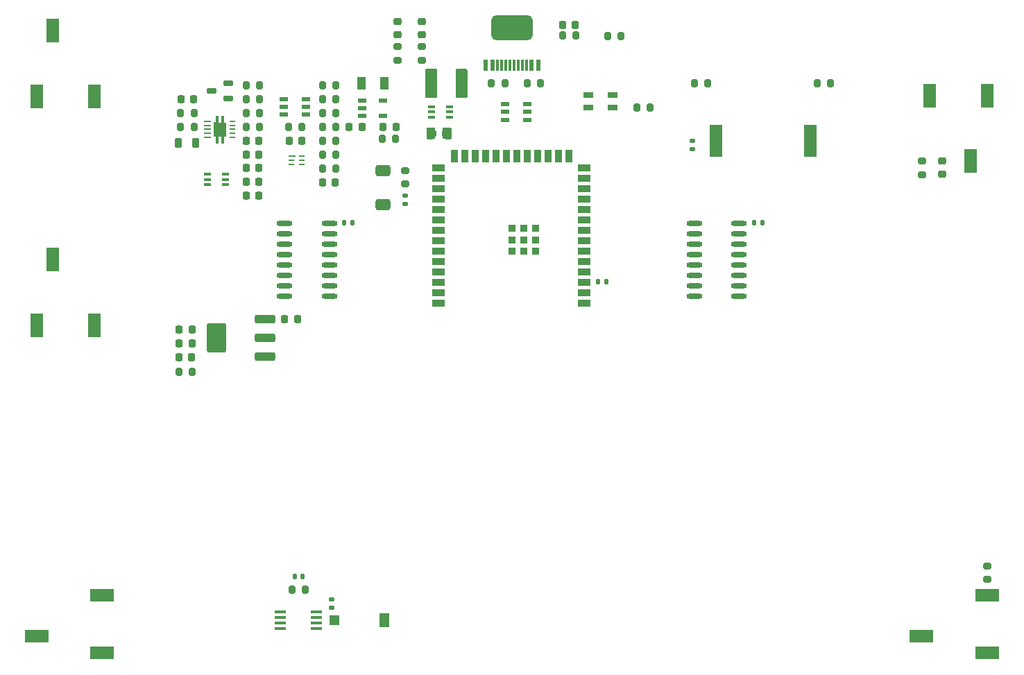
<source format=gbr>
%TF.GenerationSoftware,KiCad,Pcbnew,9.0.4*%
%TF.CreationDate,2025-10-09T22:00:13+02:00*%
%TF.ProjectId,Spikeling_v3.0,5370696b-656c-4696-9e67-5f76332e302e,rev?*%
%TF.SameCoordinates,Original*%
%TF.FileFunction,Paste,Top*%
%TF.FilePolarity,Positive*%
%FSLAX46Y46*%
G04 Gerber Fmt 4.6, Leading zero omitted, Abs format (unit mm)*
G04 Created by KiCad (PCBNEW 9.0.4) date 2025-10-09 22:00:13*
%MOMM*%
%LPD*%
G01*
G04 APERTURE LIST*
G04 Aperture macros list*
%AMRoundRect*
0 Rectangle with rounded corners*
0 $1 Rounding radius*
0 $2 $3 $4 $5 $6 $7 $8 $9 X,Y pos of 4 corners*
0 Add a 4 corners polygon primitive as box body*
4,1,4,$2,$3,$4,$5,$6,$7,$8,$9,$2,$3,0*
0 Add four circle primitives for the rounded corners*
1,1,$1+$1,$2,$3*
1,1,$1+$1,$4,$5*
1,1,$1+$1,$6,$7*
1,1,$1+$1,$8,$9*
0 Add four rect primitives between the rounded corners*
20,1,$1+$1,$2,$3,$4,$5,0*
20,1,$1+$1,$4,$5,$6,$7,0*
20,1,$1+$1,$6,$7,$8,$9,0*
20,1,$1+$1,$8,$9,$2,$3,0*%
%AMFreePoly0*
4,1,21,-0.180000,0.885000,0.180000,0.885000,0.180000,1.715000,0.470000,1.715000,0.470000,0.885000,0.760000,0.885000,0.760000,-0.885000,0.470000,-0.885000,0.470000,-1.705000,0.180000,-1.705000,0.180000,-0.885000,-0.180000,-0.885000,-0.180000,-1.705000,-0.470000,-1.705000,-0.470000,-0.885000,-0.760000,-0.885000,-0.760000,0.895000,-0.470000,0.895000,-0.470000,1.715000,-0.180000,1.715000,
-0.180000,0.885000,-0.180000,0.885000,$1*%
G04 Aperture macros list end*
%ADD10C,0.000000*%
%ADD11RoundRect,0.200000X-0.200000X-0.275000X0.200000X-0.275000X0.200000X0.275000X-0.200000X0.275000X0*%
%ADD12RoundRect,0.200000X0.275000X-0.200000X0.275000X0.200000X-0.275000X0.200000X-0.275000X-0.200000X0*%
%ADD13RoundRect,0.225000X-0.225000X-0.250000X0.225000X-0.250000X0.225000X0.250000X-0.225000X0.250000X0*%
%ADD14O,1.971000X0.602000*%
%ADD15RoundRect,0.200000X-0.275000X0.200000X-0.275000X-0.200000X0.275000X-0.200000X0.275000X0.200000X0*%
%ADD16R,1.500000X3.000000*%
%ADD17RoundRect,0.225000X0.225000X0.250000X-0.225000X0.250000X-0.225000X-0.250000X0.225000X-0.250000X0*%
%ADD18RoundRect,0.200000X0.200000X0.275000X-0.200000X0.275000X-0.200000X-0.275000X0.200000X-0.275000X0*%
%ADD19RoundRect,0.250000X0.300000X0.550000X-0.300000X0.550000X-0.300000X-0.550000X0.300000X-0.550000X0*%
%ADD20R,3.000000X1.500000*%
%ADD21R,1.100000X0.600000*%
%ADD22R,1.500000X0.900000*%
%ADD23R,0.900000X1.500000*%
%ADD24R,0.900000X0.900000*%
%ADD25RoundRect,0.250000X-1.000000X-0.300000X1.000000X-0.300000X1.000000X0.300000X-1.000000X0.300000X0*%
%ADD26RoundRect,0.250000X-0.920000X-1.550000X0.920000X-1.550000X0.920000X1.550000X-0.920000X1.550000X0*%
%ADD27R,1.300000X0.800000*%
%ADD28RoundRect,0.140000X-0.140000X-0.170000X0.140000X-0.170000X0.140000X0.170000X-0.140000X0.170000X0*%
%ADD29R,1.500000X4.000000*%
%ADD30R,0.840000X0.280000*%
%ADD31R,0.750000X0.280000*%
%ADD32O,1.450000X0.380000*%
%ADD33RoundRect,0.250000X-0.650000X0.425000X-0.650000X-0.425000X0.650000X-0.425000X0.650000X0.425000X0*%
%ADD34RoundRect,0.140000X0.140000X0.170000X-0.140000X0.170000X-0.140000X-0.170000X0.140000X-0.170000X0*%
%ADD35R,1.406500X3.499000*%
%ADD36RoundRect,0.225000X-0.250000X0.225000X-0.250000X-0.225000X0.250000X-0.225000X0.250000X0.225000X0*%
%ADD37R,0.300000X1.400000*%
%ADD38R,0.500000X1.400000*%
%ADD39RoundRect,0.500000X2.000000X1.000000X-2.000000X1.000000X-2.000000X-1.000000X2.000000X-1.000000X0*%
%ADD40RoundRect,0.140000X0.170000X-0.140000X0.170000X0.140000X-0.170000X0.140000X-0.170000X-0.140000X0*%
%ADD41RoundRect,0.220000X-0.255000X0.220000X-0.255000X-0.220000X0.255000X-0.220000X0.255000X0.220000X0*%
%ADD42R,1.199000X1.199000*%
%ADD43R,1.200000X1.800000*%
%ADD44R,0.850000X0.350000*%
%ADD45RoundRect,0.220000X-0.220000X-0.380000X0.220000X-0.380000X0.220000X0.380000X-0.220000X0.380000X0*%
%ADD46R,1.132500X1.377000*%
%ADD47RoundRect,0.175000X-0.450000X-0.175000X0.450000X-0.175000X0.450000X0.175000X-0.450000X0.175000X0*%
%ADD48R,0.850000X0.240000*%
%ADD49R,0.800000X0.230000*%
%ADD50FreePoly0,0.000000*%
%ADD51RoundRect,0.140000X-0.170000X0.140000X-0.170000X-0.140000X0.170000X-0.140000X0.170000X0.140000X0*%
G04 APERTURE END LIST*
D10*
%TO.C,U9*%
G36*
X150850000Y-56850500D02*
G01*
X150850000Y-57805000D01*
X150750000Y-57905000D01*
X150471500Y-57905000D01*
X150371500Y-58005000D01*
X150371500Y-58995000D01*
X150471500Y-59095000D01*
X150750000Y-59095000D01*
X150850000Y-59195000D01*
X150850000Y-60149500D01*
X150750000Y-60249500D01*
X149543500Y-60249500D01*
X149443500Y-60149500D01*
X149443500Y-56850500D01*
X149543500Y-56750500D01*
X150750000Y-56750500D01*
X150850000Y-56850500D01*
G37*
G36*
X154556500Y-56850500D02*
G01*
X154556500Y-60149500D01*
X154456500Y-60249500D01*
X153250000Y-60249500D01*
X153150000Y-60149500D01*
X153150000Y-59195000D01*
X153250000Y-59095000D01*
X153528500Y-59095000D01*
X153628500Y-58995000D01*
X153628500Y-58005000D01*
X153528500Y-57905000D01*
X153250000Y-57905000D01*
X153150000Y-57805000D01*
X153150000Y-56850500D01*
X153250000Y-56750500D01*
X154456500Y-56750500D01*
X154556500Y-56850500D01*
G37*
%TO.C,L1*%
G36*
X150740000Y-64410000D02*
G01*
X150740000Y-64850500D01*
X150355000Y-65318500D01*
X149667500Y-65318500D01*
X149567500Y-65218500D01*
X149567500Y-64041500D01*
X149667500Y-63941500D01*
X150355000Y-63941500D01*
X150740000Y-64410000D01*
G37*
G36*
X152632500Y-64041500D02*
G01*
X152632500Y-65218500D01*
X152532500Y-65318500D01*
X151845000Y-65318500D01*
X151460000Y-64850500D01*
X151460000Y-64410000D01*
X151845000Y-63941500D01*
X152532500Y-63941500D01*
X152632500Y-64041500D01*
G37*
%TD*%
D11*
%TO.C,R13*%
X144150000Y-65240000D03*
X145790000Y-65240000D03*
%TD*%
D12*
%TO.C,R18*%
X148990000Y-55660000D03*
X148990000Y-54020000D03*
%TD*%
D13*
%TO.C,C2*%
X132260000Y-87260000D03*
X133820000Y-87260000D03*
%TD*%
D14*
%TO.C,U3*%
X132264500Y-75555000D03*
X132264500Y-76825000D03*
X132264500Y-78095000D03*
X132264500Y-79365000D03*
X132264500Y-80635000D03*
X132264500Y-81905000D03*
X132264500Y-83175000D03*
X132264500Y-84445000D03*
X137735500Y-84445000D03*
X137735500Y-83175000D03*
X137735500Y-81905000D03*
X137735500Y-80635000D03*
X137735500Y-79365000D03*
X137735500Y-78095000D03*
X137735500Y-76825000D03*
X137735500Y-75555000D03*
%TD*%
D15*
%TO.C,R9*%
X210025000Y-68005000D03*
X210025000Y-69645000D03*
%TD*%
D16*
%TO.C,J4*%
X102000000Y-88000000D03*
X104000000Y-80000000D03*
X109000000Y-88000000D03*
%TD*%
D17*
%TO.C,C3*%
X120935000Y-90280000D03*
X119375000Y-90280000D03*
%TD*%
D18*
%TO.C,R25*%
X121200000Y-63820000D03*
X119560000Y-63820000D03*
%TD*%
D13*
%TO.C,C25*%
X127540000Y-68840000D03*
X129100000Y-68840000D03*
%TD*%
%TO.C,C23*%
X127540000Y-70540000D03*
X129100000Y-70540000D03*
%TD*%
D19*
%TO.C,D1*%
X144400000Y-58500000D03*
X141600000Y-58500000D03*
%TD*%
D13*
%TO.C,C17*%
X127540000Y-72240000D03*
X129100000Y-72240000D03*
%TD*%
D20*
%TO.C,J5*%
X218000000Y-128000000D03*
X210000000Y-126000000D03*
X218000000Y-121000000D03*
%TD*%
D18*
%TO.C,R28*%
X121200000Y-62120000D03*
X119560000Y-62120000D03*
%TD*%
%TO.C,R7*%
X134795000Y-120325000D03*
X133155000Y-120325000D03*
%TD*%
D21*
%TO.C,U6*%
X141680000Y-60570000D03*
X141680000Y-61520000D03*
X141680000Y-62470000D03*
X144280000Y-62470000D03*
X144280000Y-60570000D03*
%TD*%
D11*
%TO.C,R15*%
X136870000Y-65520000D03*
X138510000Y-65520000D03*
%TD*%
D12*
%TO.C,R8*%
X218000000Y-119045000D03*
X218000000Y-117405000D03*
%TD*%
D22*
%TO.C,U1*%
X168850000Y-85310000D03*
X168850000Y-84040000D03*
X168850000Y-82770000D03*
X168850000Y-81500000D03*
X168850000Y-80230000D03*
X168850000Y-78960000D03*
X168850000Y-77690000D03*
X168850000Y-76420000D03*
X168850000Y-75150000D03*
X168850000Y-73880000D03*
X168850000Y-72610000D03*
X168850000Y-71340000D03*
X168850000Y-70070000D03*
X168850000Y-68800000D03*
D23*
X166935000Y-67401000D03*
X165665000Y-67401000D03*
X164395000Y-67401000D03*
X163125000Y-67401000D03*
X161855000Y-67401000D03*
X160585000Y-67401000D03*
X159315000Y-67401000D03*
X158045000Y-67401000D03*
X156775000Y-67401000D03*
X155505000Y-67401000D03*
X154235000Y-67401000D03*
X152965000Y-67401000D03*
D22*
X151050000Y-68800000D03*
X151050000Y-70070000D03*
X151050000Y-71340000D03*
X151050000Y-72610000D03*
X151050000Y-73880000D03*
X151050000Y-75150000D03*
X151050000Y-76420000D03*
X151050000Y-77690000D03*
X151050000Y-78960000D03*
X151050000Y-80230000D03*
X151050000Y-81500000D03*
X151050000Y-82770000D03*
X151050000Y-84040000D03*
X151050000Y-85310000D03*
D24*
X162849500Y-78990500D03*
X162849500Y-77590500D03*
X162849500Y-76190500D03*
X161449500Y-78990500D03*
X161449500Y-77590500D03*
X161449500Y-76190500D03*
X160049500Y-78990500D03*
X160049500Y-77590500D03*
X160049500Y-76190500D03*
%TD*%
D25*
%TO.C,U2*%
X129885000Y-91870000D03*
X129885000Y-89570000D03*
X129885000Y-87270000D03*
D26*
X123915000Y-89570000D03*
%TD*%
D18*
%TO.C,R19*%
X138510000Y-68920000D03*
X136870000Y-68920000D03*
%TD*%
D27*
%TO.C,D4*%
X169300000Y-61425000D03*
X169300000Y-59925000D03*
X172300000Y-59925000D03*
X172300000Y-61425000D03*
%TD*%
D28*
%TO.C,C5*%
X170525000Y-82720000D03*
X171525000Y-82720000D03*
%TD*%
D18*
%TO.C,R16*%
X129200000Y-62120000D03*
X127560000Y-62120000D03*
%TD*%
D17*
%TO.C,C14*%
X141680000Y-63820000D03*
X140120000Y-63820000D03*
%TD*%
D29*
%TO.C,B1*%
X184925000Y-65500000D03*
X196425000Y-65500000D03*
%TD*%
D21*
%TO.C,Q1*%
X132150000Y-60414000D03*
X132150000Y-61364000D03*
X132150000Y-62314000D03*
X134850000Y-62314000D03*
X134850000Y-61364000D03*
X134850000Y-60414000D03*
%TD*%
D30*
%TO.C,U7*%
X133149000Y-67420000D03*
D31*
X133094000Y-67920000D03*
X133094000Y-68420000D03*
X134366000Y-68420000D03*
X134366000Y-67920000D03*
X134366000Y-67420000D03*
%TD*%
D11*
%TO.C,R12*%
X197255000Y-58500000D03*
X198895000Y-58500000D03*
%TD*%
D12*
%TO.C,R5*%
X147000000Y-70790000D03*
X147000000Y-69150000D03*
%TD*%
D32*
%TO.C,U5*%
X131750000Y-123050000D03*
X131750000Y-123700000D03*
X131750000Y-124350000D03*
X131750000Y-125000000D03*
X136150000Y-125000000D03*
X136150000Y-124350000D03*
X136150000Y-123700000D03*
X136150000Y-123050000D03*
%TD*%
D13*
%TO.C,C19*%
X166160000Y-51370000D03*
X167720000Y-51370000D03*
%TD*%
D33*
%TO.C,SW1*%
X144225000Y-69150000D03*
X144225000Y-73300000D03*
%TD*%
D28*
%TO.C,C7*%
X139500000Y-75550000D03*
X140500000Y-75550000D03*
%TD*%
D17*
%TO.C,C16*%
X121160000Y-60420000D03*
X119600000Y-60420000D03*
%TD*%
D13*
%TO.C,C18*%
X136870000Y-70620000D03*
X138430000Y-70620000D03*
%TD*%
D34*
%TO.C,C8*%
X190550000Y-75550000D03*
X189550000Y-75550000D03*
%TD*%
D11*
%TO.C,R17*%
X127560000Y-60420000D03*
X129200000Y-60420000D03*
%TD*%
D35*
%TO.C,U9*%
X153853500Y-58500000D03*
X150146500Y-58500000D03*
%TD*%
D12*
%TO.C,R3*%
X146000000Y-55660000D03*
X146000000Y-54020000D03*
%TD*%
D16*
%TO.C,J6*%
X218000000Y-60000000D03*
X216000000Y-68000000D03*
X211000000Y-60000000D03*
%TD*%
%TO.C,J3*%
X102000000Y-60100000D03*
X104000000Y-52100000D03*
X109000000Y-60100000D03*
%TD*%
D36*
%TO.C,C11*%
X212500000Y-68000000D03*
X212500000Y-69560000D03*
%TD*%
D37*
%TO.C,J1*%
X161250000Y-56250000D03*
X160250000Y-56250000D03*
X159750000Y-56250000D03*
X158750000Y-56250000D03*
D38*
X157600000Y-56250000D03*
X156800000Y-56250000D03*
D37*
X158250000Y-56250000D03*
X159250000Y-56250000D03*
X160750000Y-56250000D03*
X161750000Y-56250000D03*
D38*
X162400000Y-56250000D03*
X163200000Y-56250000D03*
D39*
X160000000Y-51750000D03*
%TD*%
D13*
%TO.C,C22*%
X127560000Y-65520000D03*
X129120000Y-65520000D03*
%TD*%
D28*
%TO.C,C10*%
X133475000Y-118725000D03*
X134475000Y-118725000D03*
%TD*%
D11*
%TO.C,R20*%
X166160000Y-52680000D03*
X167800000Y-52680000D03*
%TD*%
D40*
%TO.C,C9*%
X138010000Y-122460000D03*
X138010000Y-121460000D03*
%TD*%
D18*
%TO.C,R22*%
X138510000Y-60420000D03*
X136870000Y-60420000D03*
%TD*%
D11*
%TO.C,R21*%
X136870000Y-67220000D03*
X138510000Y-67220000D03*
%TD*%
D41*
%TO.C,D7*%
X149000000Y-50960000D03*
X149000000Y-52540000D03*
%TD*%
D18*
%TO.C,R15*%
X134360000Y-63820000D03*
X132720000Y-63820000D03*
%TD*%
D11*
%TO.C,R11*%
X182255000Y-58500000D03*
X183895000Y-58500000D03*
%TD*%
D42*
%TO.C,D3*%
X138300000Y-124025000D03*
D43*
X144400000Y-124025000D03*
%TD*%
D17*
%TO.C,C4*%
X120930000Y-91960000D03*
X119370000Y-91960000D03*
%TD*%
D18*
%TO.C,R26*%
X129200000Y-58720000D03*
X127560000Y-58720000D03*
%TD*%
D17*
%TO.C,C1*%
X120935000Y-88580000D03*
X119375000Y-88580000D03*
%TD*%
D44*
%TO.C,U10*%
X150150000Y-61350000D03*
X150150000Y-62000000D03*
X150150000Y-62650000D03*
X152350000Y-62650000D03*
X152350000Y-62000000D03*
X152350000Y-61350000D03*
%TD*%
D18*
%TO.C,R4*%
X173320000Y-52750000D03*
X171680000Y-52750000D03*
%TD*%
D40*
%TO.C,C12*%
X182000000Y-66500000D03*
X182000000Y-65500000D03*
%TD*%
D45*
%TO.C,L2*%
X119320000Y-65770000D03*
X121440000Y-65770000D03*
%TD*%
D11*
%TO.C,R24*%
X136870000Y-62120000D03*
X138510000Y-62120000D03*
%TD*%
D46*
%TO.C,L1*%
X152066000Y-64630000D03*
X150134000Y-64630000D03*
%TD*%
D14*
%TO.C,U4*%
X182264500Y-75555000D03*
X182264500Y-76825000D03*
X182264500Y-78095000D03*
X182264500Y-79365000D03*
X182264500Y-80635000D03*
X182264500Y-81905000D03*
X182264500Y-83175000D03*
X182264500Y-84445000D03*
X187735500Y-84445000D03*
X187735500Y-83175000D03*
X187735500Y-81905000D03*
X187735500Y-80635000D03*
X187735500Y-79365000D03*
X187735500Y-78095000D03*
X187735500Y-76825000D03*
X187735500Y-75555000D03*
%TD*%
D13*
%TO.C,C21*%
X127560000Y-67220000D03*
X129120000Y-67220000D03*
%TD*%
D11*
%TO.C,R10*%
X175255000Y-61425000D03*
X176895000Y-61425000D03*
%TD*%
D47*
%TO.C,Q2*%
X125380000Y-60380000D03*
X125380000Y-58480000D03*
X123380000Y-59430000D03*
%TD*%
D11*
%TO.C,R6*%
X119330000Y-93680000D03*
X120970000Y-93680000D03*
%TD*%
D18*
%TO.C,R21*%
X138510000Y-58720000D03*
X136870000Y-58720000D03*
%TD*%
D17*
%TO.C,C20*%
X134360000Y-65520000D03*
X132800000Y-65520000D03*
%TD*%
D48*
%TO.C,U8*%
X122880000Y-63121000D03*
X122880000Y-63621000D03*
X122880000Y-64121000D03*
X122880000Y-64621000D03*
X122880000Y-65121000D03*
D49*
X125880000Y-65121000D03*
X125880000Y-64621000D03*
X125880000Y-64121000D03*
X125880000Y-63621000D03*
X125880000Y-63121000D03*
D50*
X124380000Y-64126000D03*
%TD*%
D18*
%TO.C,R23*%
X138510000Y-63820000D03*
X136870000Y-63820000D03*
%TD*%
D51*
%TO.C,C6*%
X147000000Y-72250000D03*
X147000000Y-73250000D03*
%TD*%
D11*
%TO.C,R2*%
X157500000Y-58500000D03*
X159140000Y-58500000D03*
%TD*%
D20*
%TO.C,J2*%
X110000000Y-128000000D03*
X102000000Y-126000000D03*
X110000000Y-121000000D03*
%TD*%
D13*
%TO.C,C13*%
X144280000Y-63820000D03*
X145840000Y-63820000D03*
%TD*%
D18*
%TO.C,R1*%
X163500000Y-58500000D03*
X161860000Y-58500000D03*
%TD*%
D41*
%TO.C,D2*%
X146000000Y-50960000D03*
X146000000Y-52540000D03*
%TD*%
D44*
%TO.C,U12*%
X122870000Y-69590000D03*
X122870000Y-70240000D03*
X122870000Y-70890000D03*
X125070000Y-70890000D03*
X125070000Y-70240000D03*
X125070000Y-69590000D03*
%TD*%
D11*
%TO.C,R14*%
X127560000Y-63820000D03*
X129200000Y-63820000D03*
%TD*%
D21*
%TO.C,TV1*%
X159160000Y-61050000D03*
X159160000Y-62000000D03*
X159160000Y-62950000D03*
X161860000Y-62950000D03*
X161860000Y-62000000D03*
X161860000Y-61050000D03*
%TD*%
M02*

</source>
